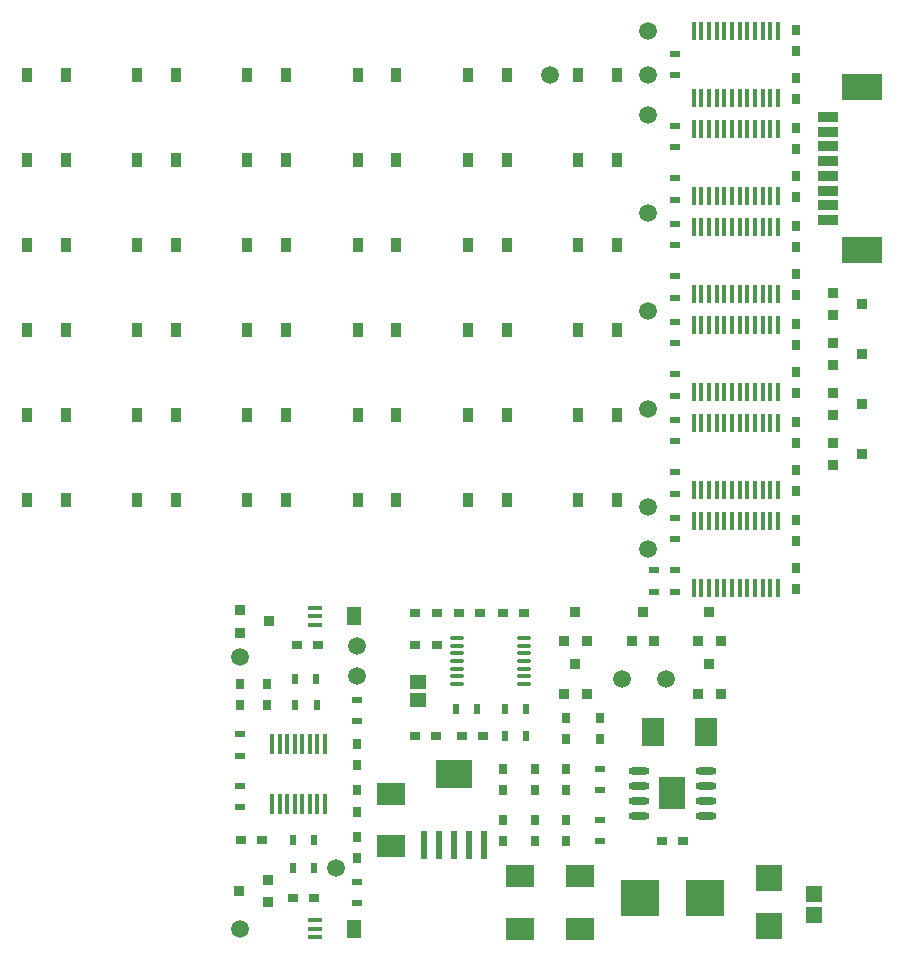
<source format=gbr>
G04*
G04 #@! TF.GenerationSoftware,Altium Limited,Altium Designer,24.1.2 (44)*
G04*
G04 Layer_Color=128*
%FSLAX44Y44*%
%MOMM*%
G71*
G04*
G04 #@! TF.SameCoordinates,E5F7653D-5FC0-4154-B66B-F321A2D7D9BC*
G04*
G04*
G04 #@! TF.FilePolarity,Positive*
G04*
G01*
G75*
%ADD58R,0.4000X1.5000*%
%ADD59R,0.9000X0.9500*%
%ADD60R,0.9000X0.6000*%
%ADD61R,0.8000X0.9000*%
%ADD62R,3.1725X2.3455*%
%ADD63R,0.6325X2.3455*%
%ADD64R,0.9500X0.9000*%
%ADD65R,0.9000X0.8000*%
%ADD66C,1.5000*%
%ADD67R,0.6000X0.9000*%
%ADD68R,0.4000X1.8000*%
%ADD69R,1.2700X0.4000*%
%ADD70R,1.2700X1.5500*%
%ADD71R,2.3000X2.8000*%
%ADD72O,1.8000X0.6000*%
%ADD73R,1.4000X1.4000*%
%ADD74R,2.3000X2.2860*%
%ADD75R,3.5000X2.2098*%
%ADD76O,1.2500X0.3500*%
%ADD77R,3.3000X3.1500*%
%ADD78R,1.4000X1.3000*%
%ADD79R,2.3622X1.8796*%
%ADD80R,1.8796X2.3622*%
%ADD81R,0.9100X1.2200*%
%ADD82R,1.7018X0.8128*%
%ADD90R,1.2700X0.3810*%
D58*
X649515Y705564D02*
D03*
X656015D02*
D03*
X662515D02*
D03*
X669015D02*
D03*
X675515D02*
D03*
X682015D02*
D03*
X688515D02*
D03*
X695015D02*
D03*
X701515D02*
D03*
X708015D02*
D03*
X714515D02*
D03*
X721015D02*
D03*
Y649175D02*
D03*
X714515D02*
D03*
X708015D02*
D03*
X701515D02*
D03*
X695015D02*
D03*
X688515D02*
D03*
X682015D02*
D03*
X675515D02*
D03*
X669015D02*
D03*
X662515D02*
D03*
X656015D02*
D03*
X649515D02*
D03*
Y622581D02*
D03*
X656015D02*
D03*
X662515D02*
D03*
X669015D02*
D03*
X675515D02*
D03*
X682015D02*
D03*
X688515D02*
D03*
X695015D02*
D03*
X701515D02*
D03*
X708015D02*
D03*
X714515D02*
D03*
X721015D02*
D03*
Y566193D02*
D03*
X714515D02*
D03*
X708015D02*
D03*
X701515D02*
D03*
X695015D02*
D03*
X688515D02*
D03*
X682015D02*
D03*
X675515D02*
D03*
X669015D02*
D03*
X662515D02*
D03*
X656015D02*
D03*
X649515D02*
D03*
Y539599D02*
D03*
X656015D02*
D03*
X662515D02*
D03*
X669015D02*
D03*
X675515D02*
D03*
X682015D02*
D03*
X688515D02*
D03*
X695015D02*
D03*
X701515D02*
D03*
X708015D02*
D03*
X714515D02*
D03*
X721015D02*
D03*
Y483211D02*
D03*
X714515D02*
D03*
X708015D02*
D03*
X701515D02*
D03*
X695015D02*
D03*
X688515D02*
D03*
X682015D02*
D03*
X675515D02*
D03*
X669015D02*
D03*
X662515D02*
D03*
X656015D02*
D03*
X649515D02*
D03*
Y456616D02*
D03*
X656015D02*
D03*
X662515D02*
D03*
X669015D02*
D03*
X675515D02*
D03*
X682015D02*
D03*
X688515D02*
D03*
X695015D02*
D03*
X701515D02*
D03*
X708015D02*
D03*
X714515D02*
D03*
X721015D02*
D03*
Y400228D02*
D03*
X714515D02*
D03*
X708015D02*
D03*
X701515D02*
D03*
X695015D02*
D03*
X688515D02*
D03*
X682015D02*
D03*
X675515D02*
D03*
X669015D02*
D03*
X662515D02*
D03*
X656015D02*
D03*
X649515D02*
D03*
Y373634D02*
D03*
X656015D02*
D03*
X662515D02*
D03*
X669015D02*
D03*
X675515D02*
D03*
X682015D02*
D03*
X688515D02*
D03*
X695015D02*
D03*
X701515D02*
D03*
X708015D02*
D03*
X714515D02*
D03*
X721015D02*
D03*
Y317246D02*
D03*
X714515D02*
D03*
X708015D02*
D03*
X701515D02*
D03*
X695015D02*
D03*
X688515D02*
D03*
X682015D02*
D03*
X675515D02*
D03*
X669015D02*
D03*
X662515D02*
D03*
X656015D02*
D03*
X649515D02*
D03*
Y788546D02*
D03*
X656015D02*
D03*
X662515D02*
D03*
X669015D02*
D03*
X675515D02*
D03*
X682015D02*
D03*
X688515D02*
D03*
X695015D02*
D03*
X701515D02*
D03*
X708015D02*
D03*
X714515D02*
D03*
X721015D02*
D03*
Y732158D02*
D03*
X714515D02*
D03*
X708015D02*
D03*
X701515D02*
D03*
X695015D02*
D03*
X688515D02*
D03*
X682015D02*
D03*
X675515D02*
D03*
X669015D02*
D03*
X662515D02*
D03*
X656015D02*
D03*
X649515D02*
D03*
D59*
X672440Y271980D02*
D03*
X662940Y296980D02*
D03*
X653440Y271980D02*
D03*
X616320D02*
D03*
X606820Y296980D02*
D03*
X597320Y271980D02*
D03*
X558931Y227530D02*
D03*
X549431Y252530D02*
D03*
X539931Y227530D02*
D03*
X672440D02*
D03*
X662940Y252530D02*
D03*
X653440Y227530D02*
D03*
X539931Y271980D02*
D03*
X549431Y296980D02*
D03*
X558931Y271980D02*
D03*
D60*
X616319Y313931D02*
D03*
X616320Y332090D02*
D03*
X633730Y415072D02*
D03*
X633729Y396914D02*
D03*
Y479896D02*
D03*
X633730Y498055D02*
D03*
Y581037D02*
D03*
X633729Y562878D02*
D03*
X633730Y664020D02*
D03*
X633729Y645861D02*
D03*
X633730Y332090D02*
D03*
X633729Y313931D02*
D03*
X265430Y149541D02*
D03*
X265429Y131383D02*
D03*
X265430Y174940D02*
D03*
X265431Y193099D02*
D03*
X364498Y68261D02*
D03*
X364497Y50103D02*
D03*
X364490Y204150D02*
D03*
X364491Y222309D02*
D03*
X570229Y102491D02*
D03*
X570230Y120650D02*
D03*
X570231Y164209D02*
D03*
X570230Y146050D02*
D03*
X633729Y358411D02*
D03*
X633730Y376570D02*
D03*
X633729Y441394D02*
D03*
X633730Y459552D02*
D03*
X633729Y524376D02*
D03*
X633730Y542535D02*
D03*
X633729Y607358D02*
D03*
X633730Y625517D02*
D03*
X633729Y690341D02*
D03*
X633730Y708500D02*
D03*
X633729Y751083D02*
D03*
X633730Y769242D02*
D03*
D61*
X736470Y417095D02*
D03*
Y399095D02*
D03*
Y439749D02*
D03*
Y457749D02*
D03*
Y500078D02*
D03*
Y482078D02*
D03*
Y540732D02*
D03*
Y522732D02*
D03*
Y583060D02*
D03*
Y565060D02*
D03*
Y623714D02*
D03*
Y605714D02*
D03*
Y666043D02*
D03*
Y648043D02*
D03*
Y706696D02*
D03*
Y688697D02*
D03*
Y334113D02*
D03*
Y316113D02*
D03*
Y374767D02*
D03*
Y356767D02*
D03*
X265430Y236010D02*
D03*
Y218011D02*
D03*
X288290D02*
D03*
Y236010D02*
D03*
X364490Y88470D02*
D03*
Y106470D02*
D03*
Y145841D02*
D03*
Y127840D02*
D03*
Y185210D02*
D03*
Y167211D02*
D03*
X488188Y163940D02*
D03*
Y145940D02*
D03*
X514858D02*
D03*
Y163940D02*
D03*
X488188Y120760D02*
D03*
Y102760D02*
D03*
X541528D02*
D03*
Y120760D02*
D03*
X514858Y102760D02*
D03*
Y120760D02*
D03*
X541528Y189247D02*
D03*
Y207247D02*
D03*
X570230D02*
D03*
Y189247D02*
D03*
X541528Y145940D02*
D03*
Y163940D02*
D03*
X736470Y731025D02*
D03*
Y749025D02*
D03*
Y771679D02*
D03*
Y789679D02*
D03*
D62*
X447040Y159643D02*
D03*
D63*
X421640Y99437D02*
D03*
X434340D02*
D03*
X447040D02*
D03*
X459740D02*
D03*
X472440D02*
D03*
D64*
X289346Y51140D02*
D03*
X264346Y60641D02*
D03*
X289346Y70141D02*
D03*
X265430Y279436D02*
D03*
X290430Y288936D02*
D03*
X265430Y298436D02*
D03*
X767280Y548030D02*
D03*
X792280Y557530D02*
D03*
X767280Y567030D02*
D03*
Y505697D02*
D03*
X792280Y515197D02*
D03*
X767280Y524697D02*
D03*
Y463363D02*
D03*
X792280Y472863D02*
D03*
X767280Y482363D02*
D03*
Y421030D02*
D03*
X792280Y430530D02*
D03*
X767280Y440030D02*
D03*
D65*
X283963Y103820D02*
D03*
X265963D02*
D03*
X328398Y54290D02*
D03*
X310398D02*
D03*
X313580Y268920D02*
D03*
X331580D02*
D03*
X413910Y295888D02*
D03*
X431910D02*
D03*
Y269240D02*
D03*
X413910D02*
D03*
X413800Y191770D02*
D03*
X431800D02*
D03*
X453280D02*
D03*
X471280D02*
D03*
X622630Y102870D02*
D03*
X640630D02*
D03*
X451054Y295888D02*
D03*
X469054D02*
D03*
X488198D02*
D03*
X506198D02*
D03*
D66*
X265430Y258761D02*
D03*
X346710Y79690D02*
D03*
X364490Y242250D02*
D03*
Y267651D02*
D03*
X610870Y350520D02*
D03*
Y751840D02*
D03*
X528320D02*
D03*
X265430Y28725D02*
D03*
X610870Y717911D02*
D03*
Y469038D02*
D03*
X589280Y240030D02*
D03*
X626110D02*
D03*
X610870Y551995D02*
D03*
Y788546D02*
D03*
Y634953D02*
D03*
Y386080D02*
D03*
D67*
X328288Y79690D02*
D03*
X310129Y79692D02*
D03*
X328288Y103820D02*
D03*
X310129Y103822D02*
D03*
X312421Y218120D02*
D03*
X330580Y218119D02*
D03*
X330201Y239711D02*
D03*
X312042Y239712D02*
D03*
X447931Y214631D02*
D03*
X466090Y214630D02*
D03*
X489841Y214631D02*
D03*
X508000Y214630D02*
D03*
X489842Y191771D02*
D03*
X508001Y191770D02*
D03*
D68*
X337185Y134173D02*
D03*
X330835D02*
D03*
X324485D02*
D03*
X318135D02*
D03*
X311785D02*
D03*
X305435D02*
D03*
X299085D02*
D03*
X292735D02*
D03*
Y185228D02*
D03*
X299085D02*
D03*
X305435D02*
D03*
X311785D02*
D03*
X318135D02*
D03*
X324485D02*
D03*
X330835D02*
D03*
X337185D02*
D03*
D69*
X329049Y293155D02*
D03*
X329057Y28598D02*
D03*
D70*
X362069Y293155D02*
D03*
X362077Y28598D02*
D03*
D71*
X631630Y143510D02*
D03*
D72*
X659880Y162560D02*
D03*
Y149860D02*
D03*
Y137160D02*
D03*
Y124460D02*
D03*
X603380Y162560D02*
D03*
Y149860D02*
D03*
Y137160D02*
D03*
Y124460D02*
D03*
D73*
X751840Y40640D02*
D03*
Y57940D02*
D03*
D74*
X713170Y71700D02*
D03*
Y31060D02*
D03*
D75*
X792435Y741480D02*
D03*
Y602980D02*
D03*
D76*
X505770Y274770D02*
D03*
Y268270D02*
D03*
Y261770D02*
D03*
Y255270D02*
D03*
Y248770D02*
D03*
Y242270D02*
D03*
Y235770D02*
D03*
X449270Y274770D02*
D03*
Y268270D02*
D03*
Y261770D02*
D03*
Y255270D02*
D03*
Y248770D02*
D03*
Y242270D02*
D03*
Y235770D02*
D03*
D77*
X659130Y54610D02*
D03*
X604130D02*
D03*
D78*
X416167Y221870D02*
D03*
Y237870D02*
D03*
D79*
X392938Y98298D02*
D03*
Y143002D02*
D03*
X502920Y73152D02*
D03*
Y28448D02*
D03*
X553720Y73240D02*
D03*
Y28536D02*
D03*
D80*
X615370Y195580D02*
D03*
X660074D02*
D03*
D81*
X458410Y391840D02*
D03*
X491110D02*
D03*
X551750D02*
D03*
X584450D02*
D03*
X551750Y463840D02*
D03*
X584450D02*
D03*
X458410D02*
D03*
X491110D02*
D03*
X458410Y535840D02*
D03*
X491110D02*
D03*
X551750D02*
D03*
X584450D02*
D03*
X551750Y607840D02*
D03*
X584450D02*
D03*
X458410D02*
D03*
X491110D02*
D03*
X365070D02*
D03*
X397770D02*
D03*
X365070Y535840D02*
D03*
X397770D02*
D03*
X365070Y463840D02*
D03*
X397770D02*
D03*
X365070Y391840D02*
D03*
X397770D02*
D03*
X271730D02*
D03*
X304430D02*
D03*
X271730Y463840D02*
D03*
X304430D02*
D03*
X271730Y535840D02*
D03*
X304430D02*
D03*
X178390Y607840D02*
D03*
X211090D02*
D03*
X271730D02*
D03*
X304430D02*
D03*
X178390Y535840D02*
D03*
X211090D02*
D03*
X178390Y463840D02*
D03*
X211090D02*
D03*
X178390Y391840D02*
D03*
X211090D02*
D03*
X85050D02*
D03*
X117750D02*
D03*
X85050Y463840D02*
D03*
X117750D02*
D03*
X85050Y535840D02*
D03*
X117750D02*
D03*
X85050Y607840D02*
D03*
X117750D02*
D03*
X85050Y679840D02*
D03*
X117750D02*
D03*
X178390D02*
D03*
X211090D02*
D03*
X271730D02*
D03*
X304430D02*
D03*
X365070D02*
D03*
X397770D02*
D03*
X458410D02*
D03*
X491110D02*
D03*
X551750D02*
D03*
X584450D02*
D03*
X551750Y751840D02*
D03*
X584450D02*
D03*
X458410D02*
D03*
X491110D02*
D03*
X365070D02*
D03*
X397770D02*
D03*
X271730D02*
D03*
X304430D02*
D03*
X178390D02*
D03*
X211090D02*
D03*
X85050D02*
D03*
X117750D02*
D03*
D82*
X763435Y715980D02*
D03*
Y703480D02*
D03*
Y690980D02*
D03*
Y678480D02*
D03*
Y665980D02*
D03*
Y653480D02*
D03*
Y640980D02*
D03*
Y628480D02*
D03*
D90*
X328930Y35875D02*
D03*
Y286066D02*
D03*
Y300035D02*
D03*
Y21906D02*
D03*
M02*

</source>
